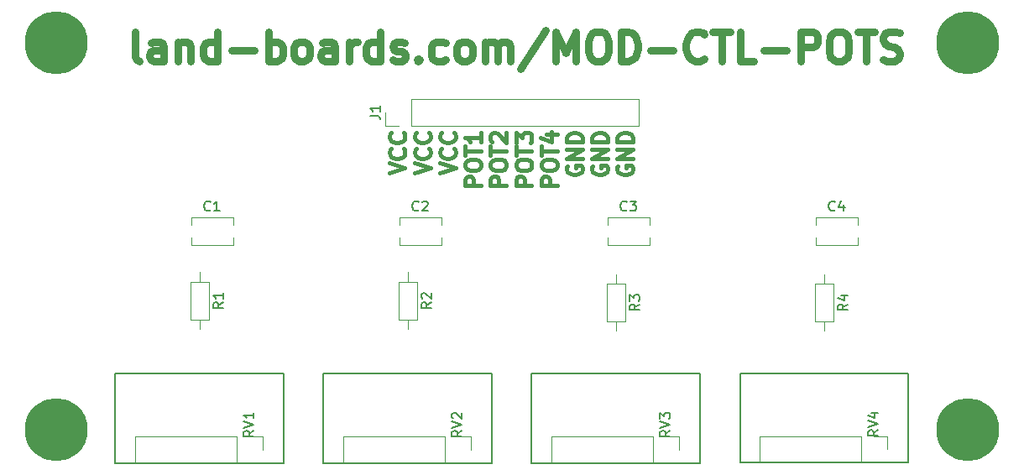
<source format=gto>
%TF.GenerationSoftware,KiCad,Pcbnew,(6.0.1)*%
%TF.CreationDate,2022-10-03T06:08:01-04:00*%
%TF.ProjectId,MOD-CTL-POTS,4d4f442d-4354-44c2-9d50-4f54532e6b69,rev?*%
%TF.SameCoordinates,Original*%
%TF.FileFunction,Legend,Top*%
%TF.FilePolarity,Positive*%
%FSLAX46Y46*%
G04 Gerber Fmt 4.6, Leading zero omitted, Abs format (unit mm)*
G04 Created by KiCad (PCBNEW (6.0.1)) date 2022-10-03 06:08:01*
%MOMM*%
%LPD*%
G01*
G04 APERTURE LIST*
%ADD10C,0.396875*%
%ADD11C,0.750000*%
%ADD12C,0.150000*%
%ADD13C,0.120000*%
%ADD14C,6.350000*%
G04 APERTURE END LIST*
D10*
X127629217Y-57142492D02*
X129216717Y-56613325D01*
X127629217Y-56084159D01*
X129065527Y-54647849D02*
X129141122Y-54723444D01*
X129216717Y-54950230D01*
X129216717Y-55101421D01*
X129141122Y-55328206D01*
X128989932Y-55479397D01*
X128838741Y-55554992D01*
X128536360Y-55630587D01*
X128309574Y-55630587D01*
X128007193Y-55554992D01*
X127856003Y-55479397D01*
X127704813Y-55328206D01*
X127629217Y-55101421D01*
X127629217Y-54950230D01*
X127704813Y-54723444D01*
X127780408Y-54647849D01*
X129065527Y-53060349D02*
X129141122Y-53135944D01*
X129216717Y-53362730D01*
X129216717Y-53513921D01*
X129141122Y-53740706D01*
X128989932Y-53891897D01*
X128838741Y-53967492D01*
X128536360Y-54043087D01*
X128309574Y-54043087D01*
X128007193Y-53967492D01*
X127856003Y-53891897D01*
X127704813Y-53740706D01*
X127629217Y-53513921D01*
X127629217Y-53362730D01*
X127704813Y-53135944D01*
X127780408Y-53060349D01*
X130185092Y-57142492D02*
X131772592Y-56613325D01*
X130185092Y-56084159D01*
X131621402Y-54647849D02*
X131696997Y-54723444D01*
X131772592Y-54950230D01*
X131772592Y-55101421D01*
X131696997Y-55328206D01*
X131545807Y-55479397D01*
X131394616Y-55554992D01*
X131092235Y-55630587D01*
X130865449Y-55630587D01*
X130563068Y-55554992D01*
X130411878Y-55479397D01*
X130260688Y-55328206D01*
X130185092Y-55101421D01*
X130185092Y-54950230D01*
X130260688Y-54723444D01*
X130336283Y-54647849D01*
X131621402Y-53060349D02*
X131696997Y-53135944D01*
X131772592Y-53362730D01*
X131772592Y-53513921D01*
X131696997Y-53740706D01*
X131545807Y-53891897D01*
X131394616Y-53967492D01*
X131092235Y-54043087D01*
X130865449Y-54043087D01*
X130563068Y-53967492D01*
X130411878Y-53891897D01*
X130260688Y-53740706D01*
X130185092Y-53513921D01*
X130185092Y-53362730D01*
X130260688Y-53135944D01*
X130336283Y-53060349D01*
X132740967Y-57142492D02*
X134328467Y-56613325D01*
X132740967Y-56084159D01*
X134177277Y-54647849D02*
X134252872Y-54723444D01*
X134328467Y-54950230D01*
X134328467Y-55101421D01*
X134252872Y-55328206D01*
X134101682Y-55479397D01*
X133950491Y-55554992D01*
X133648110Y-55630587D01*
X133421324Y-55630587D01*
X133118943Y-55554992D01*
X132967753Y-55479397D01*
X132816563Y-55328206D01*
X132740967Y-55101421D01*
X132740967Y-54950230D01*
X132816563Y-54723444D01*
X132892158Y-54647849D01*
X134177277Y-53060349D02*
X134252872Y-53135944D01*
X134328467Y-53362730D01*
X134328467Y-53513921D01*
X134252872Y-53740706D01*
X134101682Y-53891897D01*
X133950491Y-53967492D01*
X133648110Y-54043087D01*
X133421324Y-54043087D01*
X133118943Y-53967492D01*
X132967753Y-53891897D01*
X132816563Y-53740706D01*
X132740967Y-53513921D01*
X132740967Y-53362730D01*
X132816563Y-53135944D01*
X132892158Y-53060349D01*
X136884342Y-58352016D02*
X135296842Y-58352016D01*
X135296842Y-57747254D01*
X135372438Y-57596063D01*
X135448033Y-57520468D01*
X135599223Y-57444873D01*
X135826009Y-57444873D01*
X135977199Y-57520468D01*
X136052795Y-57596063D01*
X136128390Y-57747254D01*
X136128390Y-58352016D01*
X135296842Y-56462135D02*
X135296842Y-56159754D01*
X135372438Y-56008563D01*
X135523628Y-55857373D01*
X135826009Y-55781778D01*
X136355176Y-55781778D01*
X136657557Y-55857373D01*
X136808747Y-56008563D01*
X136884342Y-56159754D01*
X136884342Y-56462135D01*
X136808747Y-56613325D01*
X136657557Y-56764516D01*
X136355176Y-56840111D01*
X135826009Y-56840111D01*
X135523628Y-56764516D01*
X135372438Y-56613325D01*
X135296842Y-56462135D01*
X135296842Y-55328206D02*
X135296842Y-54421063D01*
X136884342Y-54874635D02*
X135296842Y-54874635D01*
X136884342Y-53060349D02*
X136884342Y-53967492D01*
X136884342Y-53513921D02*
X135296842Y-53513921D01*
X135523628Y-53665111D01*
X135674818Y-53816302D01*
X135750414Y-53967492D01*
X139440217Y-58352016D02*
X137852717Y-58352016D01*
X137852717Y-57747254D01*
X137928313Y-57596063D01*
X138003908Y-57520468D01*
X138155098Y-57444873D01*
X138381884Y-57444873D01*
X138533074Y-57520468D01*
X138608670Y-57596063D01*
X138684265Y-57747254D01*
X138684265Y-58352016D01*
X137852717Y-56462135D02*
X137852717Y-56159754D01*
X137928313Y-56008563D01*
X138079503Y-55857373D01*
X138381884Y-55781778D01*
X138911051Y-55781778D01*
X139213432Y-55857373D01*
X139364622Y-56008563D01*
X139440217Y-56159754D01*
X139440217Y-56462135D01*
X139364622Y-56613325D01*
X139213432Y-56764516D01*
X138911051Y-56840111D01*
X138381884Y-56840111D01*
X138079503Y-56764516D01*
X137928313Y-56613325D01*
X137852717Y-56462135D01*
X137852717Y-55328206D02*
X137852717Y-54421063D01*
X139440217Y-54874635D02*
X137852717Y-54874635D01*
X138003908Y-53967492D02*
X137928313Y-53891897D01*
X137852717Y-53740706D01*
X137852717Y-53362730D01*
X137928313Y-53211540D01*
X138003908Y-53135944D01*
X138155098Y-53060349D01*
X138306289Y-53060349D01*
X138533074Y-53135944D01*
X139440217Y-54043087D01*
X139440217Y-53060349D01*
X141996092Y-58352016D02*
X140408592Y-58352016D01*
X140408592Y-57747254D01*
X140484188Y-57596063D01*
X140559783Y-57520468D01*
X140710973Y-57444873D01*
X140937759Y-57444873D01*
X141088949Y-57520468D01*
X141164545Y-57596063D01*
X141240140Y-57747254D01*
X141240140Y-58352016D01*
X140408592Y-56462135D02*
X140408592Y-56159754D01*
X140484188Y-56008563D01*
X140635378Y-55857373D01*
X140937759Y-55781778D01*
X141466926Y-55781778D01*
X141769307Y-55857373D01*
X141920497Y-56008563D01*
X141996092Y-56159754D01*
X141996092Y-56462135D01*
X141920497Y-56613325D01*
X141769307Y-56764516D01*
X141466926Y-56840111D01*
X140937759Y-56840111D01*
X140635378Y-56764516D01*
X140484188Y-56613325D01*
X140408592Y-56462135D01*
X140408592Y-55328206D02*
X140408592Y-54421063D01*
X141996092Y-54874635D02*
X140408592Y-54874635D01*
X140408592Y-54043087D02*
X140408592Y-53060349D01*
X141013354Y-53589516D01*
X141013354Y-53362730D01*
X141088949Y-53211540D01*
X141164545Y-53135944D01*
X141315735Y-53060349D01*
X141693711Y-53060349D01*
X141844902Y-53135944D01*
X141920497Y-53211540D01*
X141996092Y-53362730D01*
X141996092Y-53816302D01*
X141920497Y-53967492D01*
X141844902Y-54043087D01*
X144551967Y-58352016D02*
X142964467Y-58352016D01*
X142964467Y-57747254D01*
X143040063Y-57596063D01*
X143115658Y-57520468D01*
X143266848Y-57444873D01*
X143493634Y-57444873D01*
X143644824Y-57520468D01*
X143720420Y-57596063D01*
X143796015Y-57747254D01*
X143796015Y-58352016D01*
X142964467Y-56462135D02*
X142964467Y-56159754D01*
X143040063Y-56008563D01*
X143191253Y-55857373D01*
X143493634Y-55781778D01*
X144022801Y-55781778D01*
X144325182Y-55857373D01*
X144476372Y-56008563D01*
X144551967Y-56159754D01*
X144551967Y-56462135D01*
X144476372Y-56613325D01*
X144325182Y-56764516D01*
X144022801Y-56840111D01*
X143493634Y-56840111D01*
X143191253Y-56764516D01*
X143040063Y-56613325D01*
X142964467Y-56462135D01*
X142964467Y-55328206D02*
X142964467Y-54421063D01*
X144551967Y-54874635D02*
X142964467Y-54874635D01*
X143493634Y-53211540D02*
X144551967Y-53211540D01*
X142888872Y-53589516D02*
X144022801Y-53967492D01*
X144022801Y-52984754D01*
X145595938Y-56386540D02*
X145520342Y-56537730D01*
X145520342Y-56764516D01*
X145595938Y-56991302D01*
X145747128Y-57142492D01*
X145898318Y-57218087D01*
X146200699Y-57293683D01*
X146427485Y-57293683D01*
X146729866Y-57218087D01*
X146881057Y-57142492D01*
X147032247Y-56991302D01*
X147107842Y-56764516D01*
X147107842Y-56613325D01*
X147032247Y-56386540D01*
X146956652Y-56310944D01*
X146427485Y-56310944D01*
X146427485Y-56613325D01*
X147107842Y-55630587D02*
X145520342Y-55630587D01*
X147107842Y-54723444D01*
X145520342Y-54723444D01*
X147107842Y-53967492D02*
X145520342Y-53967492D01*
X145520342Y-53589516D01*
X145595938Y-53362730D01*
X145747128Y-53211540D01*
X145898318Y-53135944D01*
X146200699Y-53060349D01*
X146427485Y-53060349D01*
X146729866Y-53135944D01*
X146881057Y-53211540D01*
X147032247Y-53362730D01*
X147107842Y-53589516D01*
X147107842Y-53967492D01*
X148151813Y-56386540D02*
X148076217Y-56537730D01*
X148076217Y-56764516D01*
X148151813Y-56991302D01*
X148303003Y-57142492D01*
X148454193Y-57218087D01*
X148756574Y-57293683D01*
X148983360Y-57293683D01*
X149285741Y-57218087D01*
X149436932Y-57142492D01*
X149588122Y-56991302D01*
X149663717Y-56764516D01*
X149663717Y-56613325D01*
X149588122Y-56386540D01*
X149512527Y-56310944D01*
X148983360Y-56310944D01*
X148983360Y-56613325D01*
X149663717Y-55630587D02*
X148076217Y-55630587D01*
X149663717Y-54723444D01*
X148076217Y-54723444D01*
X149663717Y-53967492D02*
X148076217Y-53967492D01*
X148076217Y-53589516D01*
X148151813Y-53362730D01*
X148303003Y-53211540D01*
X148454193Y-53135944D01*
X148756574Y-53060349D01*
X148983360Y-53060349D01*
X149285741Y-53135944D01*
X149436932Y-53211540D01*
X149588122Y-53362730D01*
X149663717Y-53589516D01*
X149663717Y-53967492D01*
X150707688Y-56386540D02*
X150632092Y-56537730D01*
X150632092Y-56764516D01*
X150707688Y-56991302D01*
X150858878Y-57142492D01*
X151010068Y-57218087D01*
X151312449Y-57293683D01*
X151539235Y-57293683D01*
X151841616Y-57218087D01*
X151992807Y-57142492D01*
X152143997Y-56991302D01*
X152219592Y-56764516D01*
X152219592Y-56613325D01*
X152143997Y-56386540D01*
X152068402Y-56310944D01*
X151539235Y-56310944D01*
X151539235Y-56613325D01*
X152219592Y-55630587D02*
X150632092Y-55630587D01*
X152219592Y-54723444D01*
X150632092Y-54723444D01*
X152219592Y-53967492D02*
X150632092Y-53967492D01*
X150632092Y-53589516D01*
X150707688Y-53362730D01*
X150858878Y-53211540D01*
X151010068Y-53135944D01*
X151312449Y-53060349D01*
X151539235Y-53060349D01*
X151841616Y-53135944D01*
X151992807Y-53211540D01*
X152143997Y-53362730D01*
X152219592Y-53589516D01*
X152219592Y-53967492D01*
D11*
X102428571Y-45857142D02*
X102142857Y-45714285D01*
X102000000Y-45428571D01*
X102000000Y-42857142D01*
X104857142Y-45857142D02*
X104857142Y-44285714D01*
X104714285Y-44000000D01*
X104428571Y-43857142D01*
X103857142Y-43857142D01*
X103571428Y-44000000D01*
X104857142Y-45714285D02*
X104571428Y-45857142D01*
X103857142Y-45857142D01*
X103571428Y-45714285D01*
X103428571Y-45428571D01*
X103428571Y-45142857D01*
X103571428Y-44857142D01*
X103857142Y-44714285D01*
X104571428Y-44714285D01*
X104857142Y-44571428D01*
X106285714Y-43857142D02*
X106285714Y-45857142D01*
X106285714Y-44142857D02*
X106428571Y-44000000D01*
X106714285Y-43857142D01*
X107142857Y-43857142D01*
X107428571Y-44000000D01*
X107571428Y-44285714D01*
X107571428Y-45857142D01*
X110285714Y-45857142D02*
X110285714Y-42857142D01*
X110285714Y-45714285D02*
X110000000Y-45857142D01*
X109428571Y-45857142D01*
X109142857Y-45714285D01*
X109000000Y-45571428D01*
X108857142Y-45285714D01*
X108857142Y-44428571D01*
X109000000Y-44142857D01*
X109142857Y-44000000D01*
X109428571Y-43857142D01*
X110000000Y-43857142D01*
X110285714Y-44000000D01*
X111714285Y-44714285D02*
X114000000Y-44714285D01*
X115428571Y-45857142D02*
X115428571Y-42857142D01*
X115428571Y-44000000D02*
X115714285Y-43857142D01*
X116285714Y-43857142D01*
X116571428Y-44000000D01*
X116714285Y-44142857D01*
X116857142Y-44428571D01*
X116857142Y-45285714D01*
X116714285Y-45571428D01*
X116571428Y-45714285D01*
X116285714Y-45857142D01*
X115714285Y-45857142D01*
X115428571Y-45714285D01*
X118571428Y-45857142D02*
X118285714Y-45714285D01*
X118142857Y-45571428D01*
X118000000Y-45285714D01*
X118000000Y-44428571D01*
X118142857Y-44142857D01*
X118285714Y-44000000D01*
X118571428Y-43857142D01*
X119000000Y-43857142D01*
X119285714Y-44000000D01*
X119428571Y-44142857D01*
X119571428Y-44428571D01*
X119571428Y-45285714D01*
X119428571Y-45571428D01*
X119285714Y-45714285D01*
X119000000Y-45857142D01*
X118571428Y-45857142D01*
X122142857Y-45857142D02*
X122142857Y-44285714D01*
X122000000Y-44000000D01*
X121714285Y-43857142D01*
X121142857Y-43857142D01*
X120857142Y-44000000D01*
X122142857Y-45714285D02*
X121857142Y-45857142D01*
X121142857Y-45857142D01*
X120857142Y-45714285D01*
X120714285Y-45428571D01*
X120714285Y-45142857D01*
X120857142Y-44857142D01*
X121142857Y-44714285D01*
X121857142Y-44714285D01*
X122142857Y-44571428D01*
X123571428Y-45857142D02*
X123571428Y-43857142D01*
X123571428Y-44428571D02*
X123714285Y-44142857D01*
X123857142Y-44000000D01*
X124142857Y-43857142D01*
X124428571Y-43857142D01*
X126714285Y-45857142D02*
X126714285Y-42857142D01*
X126714285Y-45714285D02*
X126428571Y-45857142D01*
X125857142Y-45857142D01*
X125571428Y-45714285D01*
X125428571Y-45571428D01*
X125285714Y-45285714D01*
X125285714Y-44428571D01*
X125428571Y-44142857D01*
X125571428Y-44000000D01*
X125857142Y-43857142D01*
X126428571Y-43857142D01*
X126714285Y-44000000D01*
X128000000Y-45714285D02*
X128285714Y-45857142D01*
X128857142Y-45857142D01*
X129142857Y-45714285D01*
X129285714Y-45428571D01*
X129285714Y-45285714D01*
X129142857Y-45000000D01*
X128857142Y-44857142D01*
X128428571Y-44857142D01*
X128142857Y-44714285D01*
X128000000Y-44428571D01*
X128000000Y-44285714D01*
X128142857Y-44000000D01*
X128428571Y-43857142D01*
X128857142Y-43857142D01*
X129142857Y-44000000D01*
X130571428Y-45571428D02*
X130714285Y-45714285D01*
X130571428Y-45857142D01*
X130428571Y-45714285D01*
X130571428Y-45571428D01*
X130571428Y-45857142D01*
X133285714Y-45714285D02*
X133000000Y-45857142D01*
X132428571Y-45857142D01*
X132142857Y-45714285D01*
X132000000Y-45571428D01*
X131857142Y-45285714D01*
X131857142Y-44428571D01*
X132000000Y-44142857D01*
X132142857Y-44000000D01*
X132428571Y-43857142D01*
X133000000Y-43857142D01*
X133285714Y-44000000D01*
X135000000Y-45857142D02*
X134714285Y-45714285D01*
X134571428Y-45571428D01*
X134428571Y-45285714D01*
X134428571Y-44428571D01*
X134571428Y-44142857D01*
X134714285Y-44000000D01*
X135000000Y-43857142D01*
X135428571Y-43857142D01*
X135714285Y-44000000D01*
X135857142Y-44142857D01*
X136000000Y-44428571D01*
X136000000Y-45285714D01*
X135857142Y-45571428D01*
X135714285Y-45714285D01*
X135428571Y-45857142D01*
X135000000Y-45857142D01*
X137285714Y-45857142D02*
X137285714Y-43857142D01*
X137285714Y-44142857D02*
X137428571Y-44000000D01*
X137714285Y-43857142D01*
X138142857Y-43857142D01*
X138428571Y-44000000D01*
X138571428Y-44285714D01*
X138571428Y-45857142D01*
X138571428Y-44285714D02*
X138714285Y-44000000D01*
X139000000Y-43857142D01*
X139428571Y-43857142D01*
X139714285Y-44000000D01*
X139857142Y-44285714D01*
X139857142Y-45857142D01*
X143428571Y-42714285D02*
X140857142Y-46571428D01*
X144428571Y-45857142D02*
X144428571Y-42857142D01*
X145428571Y-45000000D01*
X146428571Y-42857142D01*
X146428571Y-45857142D01*
X148428571Y-42857142D02*
X149000000Y-42857142D01*
X149285714Y-43000000D01*
X149571428Y-43285714D01*
X149714285Y-43857142D01*
X149714285Y-44857142D01*
X149571428Y-45428571D01*
X149285714Y-45714285D01*
X149000000Y-45857142D01*
X148428571Y-45857142D01*
X148142857Y-45714285D01*
X147857142Y-45428571D01*
X147714285Y-44857142D01*
X147714285Y-43857142D01*
X147857142Y-43285714D01*
X148142857Y-43000000D01*
X148428571Y-42857142D01*
X151000000Y-45857142D02*
X151000000Y-42857142D01*
X151714285Y-42857142D01*
X152142857Y-43000000D01*
X152428571Y-43285714D01*
X152571428Y-43571428D01*
X152714285Y-44142857D01*
X152714285Y-44571428D01*
X152571428Y-45142857D01*
X152428571Y-45428571D01*
X152142857Y-45714285D01*
X151714285Y-45857142D01*
X151000000Y-45857142D01*
X154000000Y-44714285D02*
X156285714Y-44714285D01*
X159428571Y-45571428D02*
X159285714Y-45714285D01*
X158857142Y-45857142D01*
X158571428Y-45857142D01*
X158142857Y-45714285D01*
X157857142Y-45428571D01*
X157714285Y-45142857D01*
X157571428Y-44571428D01*
X157571428Y-44142857D01*
X157714285Y-43571428D01*
X157857142Y-43285714D01*
X158142857Y-43000000D01*
X158571428Y-42857142D01*
X158857142Y-42857142D01*
X159285714Y-43000000D01*
X159428571Y-43142857D01*
X160285714Y-42857142D02*
X162000000Y-42857142D01*
X161142857Y-45857142D02*
X161142857Y-42857142D01*
X164428571Y-45857142D02*
X163000000Y-45857142D01*
X163000000Y-42857142D01*
X165428571Y-44714285D02*
X167714285Y-44714285D01*
X169142857Y-45857142D02*
X169142857Y-42857142D01*
X170285714Y-42857142D01*
X170571428Y-43000000D01*
X170714285Y-43142857D01*
X170857142Y-43428571D01*
X170857142Y-43857142D01*
X170714285Y-44142857D01*
X170571428Y-44285714D01*
X170285714Y-44428571D01*
X169142857Y-44428571D01*
X172714285Y-42857142D02*
X173285714Y-42857142D01*
X173571428Y-43000000D01*
X173857142Y-43285714D01*
X174000000Y-43857142D01*
X174000000Y-44857142D01*
X173857142Y-45428571D01*
X173571428Y-45714285D01*
X173285714Y-45857142D01*
X172714285Y-45857142D01*
X172428571Y-45714285D01*
X172142857Y-45428571D01*
X172000000Y-44857142D01*
X172000000Y-43857142D01*
X172142857Y-43285714D01*
X172428571Y-43000000D01*
X172714285Y-42857142D01*
X174857142Y-42857142D02*
X176571428Y-42857142D01*
X175714285Y-45857142D02*
X175714285Y-42857142D01*
X177428571Y-45714285D02*
X177857142Y-45857142D01*
X178571428Y-45857142D01*
X178857142Y-45714285D01*
X179000000Y-45571428D01*
X179142857Y-45285714D01*
X179142857Y-45000000D01*
X179000000Y-44714285D01*
X178857142Y-44571428D01*
X178571428Y-44428571D01*
X178000000Y-44285714D01*
X177714285Y-44142857D01*
X177571428Y-44000000D01*
X177428571Y-43714285D01*
X177428571Y-43428571D01*
X177571428Y-43142857D01*
X177714285Y-43000000D01*
X178000000Y-42857142D01*
X178714285Y-42857142D01*
X179142857Y-43000000D01*
D12*
%TO.C,C4*%
X172583333Y-60857142D02*
X172535714Y-60904761D01*
X172392857Y-60952380D01*
X172297619Y-60952380D01*
X172154761Y-60904761D01*
X172059523Y-60809523D01*
X172011904Y-60714285D01*
X171964285Y-60523809D01*
X171964285Y-60380952D01*
X172011904Y-60190476D01*
X172059523Y-60095238D01*
X172154761Y-60000000D01*
X172297619Y-59952380D01*
X172392857Y-59952380D01*
X172535714Y-60000000D01*
X172583333Y-60047619D01*
X173440476Y-60285714D02*
X173440476Y-60952380D01*
X173202380Y-59904761D02*
X172964285Y-60619047D01*
X173583333Y-60619047D01*
%TO.C,C3*%
X151583333Y-60857142D02*
X151535714Y-60904761D01*
X151392857Y-60952380D01*
X151297619Y-60952380D01*
X151154761Y-60904761D01*
X151059523Y-60809523D01*
X151011904Y-60714285D01*
X150964285Y-60523809D01*
X150964285Y-60380952D01*
X151011904Y-60190476D01*
X151059523Y-60095238D01*
X151154761Y-60000000D01*
X151297619Y-59952380D01*
X151392857Y-59952380D01*
X151535714Y-60000000D01*
X151583333Y-60047619D01*
X151916666Y-59952380D02*
X152535714Y-59952380D01*
X152202380Y-60333333D01*
X152345238Y-60333333D01*
X152440476Y-60380952D01*
X152488095Y-60428571D01*
X152535714Y-60523809D01*
X152535714Y-60761904D01*
X152488095Y-60857142D01*
X152440476Y-60904761D01*
X152345238Y-60952380D01*
X152059523Y-60952380D01*
X151964285Y-60904761D01*
X151916666Y-60857142D01*
%TO.C,R2*%
X131872380Y-70166666D02*
X131396190Y-70500000D01*
X131872380Y-70738095D02*
X130872380Y-70738095D01*
X130872380Y-70357142D01*
X130920000Y-70261904D01*
X130967619Y-70214285D01*
X131062857Y-70166666D01*
X131205714Y-70166666D01*
X131300952Y-70214285D01*
X131348571Y-70261904D01*
X131396190Y-70357142D01*
X131396190Y-70738095D01*
X130967619Y-69785714D02*
X130920000Y-69738095D01*
X130872380Y-69642857D01*
X130872380Y-69404761D01*
X130920000Y-69309523D01*
X130967619Y-69261904D01*
X131062857Y-69214285D01*
X131158095Y-69214285D01*
X131300952Y-69261904D01*
X131872380Y-69833333D01*
X131872380Y-69214285D01*
%TO.C,RV1*%
X113952380Y-83095238D02*
X113476190Y-83428571D01*
X113952380Y-83666666D02*
X112952380Y-83666666D01*
X112952380Y-83285714D01*
X113000000Y-83190476D01*
X113047619Y-83142857D01*
X113142857Y-83095238D01*
X113285714Y-83095238D01*
X113380952Y-83142857D01*
X113428571Y-83190476D01*
X113476190Y-83285714D01*
X113476190Y-83666666D01*
X112952380Y-82809523D02*
X113952380Y-82476190D01*
X112952380Y-82142857D01*
X113952380Y-81285714D02*
X113952380Y-81857142D01*
X113952380Y-81571428D02*
X112952380Y-81571428D01*
X113095238Y-81666666D01*
X113190476Y-81761904D01*
X113238095Y-81857142D01*
%TO.C,J1*%
X125697380Y-51333333D02*
X126411666Y-51333333D01*
X126554523Y-51380952D01*
X126649761Y-51476190D01*
X126697380Y-51619047D01*
X126697380Y-51714285D01*
X126697380Y-50333333D02*
X126697380Y-50904761D01*
X126697380Y-50619047D02*
X125697380Y-50619047D01*
X125840238Y-50714285D01*
X125935476Y-50809523D01*
X125983095Y-50904761D01*
%TO.C,RV4*%
X176952380Y-83055238D02*
X176476190Y-83388571D01*
X176952380Y-83626666D02*
X175952380Y-83626666D01*
X175952380Y-83245714D01*
X176000000Y-83150476D01*
X176047619Y-83102857D01*
X176142857Y-83055238D01*
X176285714Y-83055238D01*
X176380952Y-83102857D01*
X176428571Y-83150476D01*
X176476190Y-83245714D01*
X176476190Y-83626666D01*
X175952380Y-82769523D02*
X176952380Y-82436190D01*
X175952380Y-82102857D01*
X176285714Y-81340952D02*
X176952380Y-81340952D01*
X175904761Y-81579047D02*
X176619047Y-81817142D01*
X176619047Y-81198095D01*
%TO.C,C1*%
X109583333Y-60857142D02*
X109535714Y-60904761D01*
X109392857Y-60952380D01*
X109297619Y-60952380D01*
X109154761Y-60904761D01*
X109059523Y-60809523D01*
X109011904Y-60714285D01*
X108964285Y-60523809D01*
X108964285Y-60380952D01*
X109011904Y-60190476D01*
X109059523Y-60095238D01*
X109154761Y-60000000D01*
X109297619Y-59952380D01*
X109392857Y-59952380D01*
X109535714Y-60000000D01*
X109583333Y-60047619D01*
X110535714Y-60952380D02*
X109964285Y-60952380D01*
X110250000Y-60952380D02*
X110250000Y-59952380D01*
X110154761Y-60095238D01*
X110059523Y-60190476D01*
X109964285Y-60238095D01*
%TO.C,RV2*%
X134952380Y-83095238D02*
X134476190Y-83428571D01*
X134952380Y-83666666D02*
X133952380Y-83666666D01*
X133952380Y-83285714D01*
X134000000Y-83190476D01*
X134047619Y-83142857D01*
X134142857Y-83095238D01*
X134285714Y-83095238D01*
X134380952Y-83142857D01*
X134428571Y-83190476D01*
X134476190Y-83285714D01*
X134476190Y-83666666D01*
X133952380Y-82809523D02*
X134952380Y-82476190D01*
X133952380Y-82142857D01*
X134047619Y-81857142D02*
X134000000Y-81809523D01*
X133952380Y-81714285D01*
X133952380Y-81476190D01*
X134000000Y-81380952D01*
X134047619Y-81333333D01*
X134142857Y-81285714D01*
X134238095Y-81285714D01*
X134380952Y-81333333D01*
X134952380Y-81904761D01*
X134952380Y-81285714D01*
%TO.C,R4*%
X173872380Y-70356666D02*
X173396190Y-70690000D01*
X173872380Y-70928095D02*
X172872380Y-70928095D01*
X172872380Y-70547142D01*
X172920000Y-70451904D01*
X172967619Y-70404285D01*
X173062857Y-70356666D01*
X173205714Y-70356666D01*
X173300952Y-70404285D01*
X173348571Y-70451904D01*
X173396190Y-70547142D01*
X173396190Y-70928095D01*
X173205714Y-69499523D02*
X173872380Y-69499523D01*
X172824761Y-69737619D02*
X173539047Y-69975714D01*
X173539047Y-69356666D01*
%TO.C,RV3*%
X155952380Y-83095238D02*
X155476190Y-83428571D01*
X155952380Y-83666666D02*
X154952380Y-83666666D01*
X154952380Y-83285714D01*
X155000000Y-83190476D01*
X155047619Y-83142857D01*
X155142857Y-83095238D01*
X155285714Y-83095238D01*
X155380952Y-83142857D01*
X155428571Y-83190476D01*
X155476190Y-83285714D01*
X155476190Y-83666666D01*
X154952380Y-82809523D02*
X155952380Y-82476190D01*
X154952380Y-82142857D01*
X154952380Y-81904761D02*
X154952380Y-81285714D01*
X155333333Y-81619047D01*
X155333333Y-81476190D01*
X155380952Y-81380952D01*
X155428571Y-81333333D01*
X155523809Y-81285714D01*
X155761904Y-81285714D01*
X155857142Y-81333333D01*
X155904761Y-81380952D01*
X155952380Y-81476190D01*
X155952380Y-81761904D01*
X155904761Y-81857142D01*
X155857142Y-81904761D01*
%TO.C,R3*%
X152872380Y-70356666D02*
X152396190Y-70690000D01*
X152872380Y-70928095D02*
X151872380Y-70928095D01*
X151872380Y-70547142D01*
X151920000Y-70451904D01*
X151967619Y-70404285D01*
X152062857Y-70356666D01*
X152205714Y-70356666D01*
X152300952Y-70404285D01*
X152348571Y-70451904D01*
X152396190Y-70547142D01*
X152396190Y-70928095D01*
X151872380Y-70023333D02*
X151872380Y-69404285D01*
X152253333Y-69737619D01*
X152253333Y-69594761D01*
X152300952Y-69499523D01*
X152348571Y-69451904D01*
X152443809Y-69404285D01*
X152681904Y-69404285D01*
X152777142Y-69451904D01*
X152824761Y-69499523D01*
X152872380Y-69594761D01*
X152872380Y-69880476D01*
X152824761Y-69975714D01*
X152777142Y-70023333D01*
%TO.C,C2*%
X130583333Y-60857142D02*
X130535714Y-60904761D01*
X130392857Y-60952380D01*
X130297619Y-60952380D01*
X130154761Y-60904761D01*
X130059523Y-60809523D01*
X130011904Y-60714285D01*
X129964285Y-60523809D01*
X129964285Y-60380952D01*
X130011904Y-60190476D01*
X130059523Y-60095238D01*
X130154761Y-60000000D01*
X130297619Y-59952380D01*
X130392857Y-59952380D01*
X130535714Y-60000000D01*
X130583333Y-60047619D01*
X130964285Y-60047619D02*
X131011904Y-60000000D01*
X131107142Y-59952380D01*
X131345238Y-59952380D01*
X131440476Y-60000000D01*
X131488095Y-60047619D01*
X131535714Y-60142857D01*
X131535714Y-60238095D01*
X131488095Y-60380952D01*
X130916666Y-60952380D01*
X131535714Y-60952380D01*
%TO.C,R1*%
X110872380Y-70166666D02*
X110396190Y-70500000D01*
X110872380Y-70738095D02*
X109872380Y-70738095D01*
X109872380Y-70357142D01*
X109920000Y-70261904D01*
X109967619Y-70214285D01*
X110062857Y-70166666D01*
X110205714Y-70166666D01*
X110300952Y-70214285D01*
X110348571Y-70261904D01*
X110396190Y-70357142D01*
X110396190Y-70738095D01*
X110872380Y-69214285D02*
X110872380Y-69785714D01*
X110872380Y-69500000D02*
X109872380Y-69500000D01*
X110015238Y-69595238D01*
X110110476Y-69690476D01*
X110158095Y-69785714D01*
D13*
%TO.C,C4*%
X174870000Y-61630000D02*
X174870000Y-62335000D01*
X170630000Y-61630000D02*
X170630000Y-62335000D01*
X170630000Y-64370000D02*
X174870000Y-64370000D01*
X170630000Y-61630000D02*
X174870000Y-61630000D01*
X170630000Y-63665000D02*
X170630000Y-64370000D01*
X174870000Y-63665000D02*
X174870000Y-64370000D01*
%TO.C,C3*%
X149630000Y-61630000D02*
X153870000Y-61630000D01*
X149630000Y-64370000D02*
X153870000Y-64370000D01*
X153870000Y-61630000D02*
X153870000Y-62335000D01*
X153870000Y-63665000D02*
X153870000Y-64370000D01*
X149630000Y-61630000D02*
X149630000Y-62335000D01*
X149630000Y-63665000D02*
X149630000Y-64370000D01*
%TO.C,R2*%
X128580000Y-68080000D02*
X128580000Y-71920000D01*
X129500000Y-67130000D02*
X129500000Y-68080000D01*
X130420000Y-68080000D02*
X128580000Y-68080000D01*
X129500000Y-72870000D02*
X129500000Y-71920000D01*
X128580000Y-71920000D02*
X130420000Y-71920000D01*
X130420000Y-71920000D02*
X130420000Y-68080000D01*
%TO.C,RV1*%
X114830000Y-83710000D02*
X114830000Y-85040000D01*
X113500000Y-83710000D02*
X114830000Y-83710000D01*
X112230000Y-83710000D02*
X102010000Y-83710000D01*
X102010000Y-83710000D02*
X102010000Y-86370000D01*
X112230000Y-86370000D02*
X102010000Y-86370000D01*
X112230000Y-83710000D02*
X112230000Y-86370000D01*
D12*
X117000000Y-77370000D02*
X100000000Y-77370000D01*
X100000000Y-77370000D02*
X100000000Y-86370000D01*
X100000000Y-86370000D02*
X117000000Y-86370000D01*
X117000000Y-86370000D02*
X117000000Y-77370000D01*
D13*
%TO.C,J1*%
X129845000Y-49670000D02*
X152765000Y-49670000D01*
X129845000Y-52330000D02*
X152765000Y-52330000D01*
X129845000Y-52330000D02*
X129845000Y-49670000D01*
X128575000Y-52330000D02*
X127245000Y-52330000D01*
X152765000Y-52330000D02*
X152765000Y-49670000D01*
X127245000Y-52330000D02*
X127245000Y-51000000D01*
%TO.C,RV4*%
X176500000Y-83670000D02*
X177830000Y-83670000D01*
X177830000Y-83670000D02*
X177830000Y-85000000D01*
X175230000Y-83670000D02*
X175230000Y-86330000D01*
X175230000Y-86330000D02*
X165010000Y-86330000D01*
X165010000Y-83670000D02*
X165010000Y-86330000D01*
X175230000Y-83670000D02*
X165010000Y-83670000D01*
D12*
X180000000Y-77330000D02*
X163000000Y-77330000D01*
X163000000Y-77330000D02*
X163000000Y-86330000D01*
X163000000Y-86330000D02*
X180000000Y-86330000D01*
X180000000Y-86330000D02*
X180000000Y-77330000D01*
D13*
%TO.C,C1*%
X107630000Y-61630000D02*
X111870000Y-61630000D01*
X111870000Y-61630000D02*
X111870000Y-62335000D01*
X111870000Y-63665000D02*
X111870000Y-64370000D01*
X107630000Y-61630000D02*
X107630000Y-62335000D01*
X107630000Y-63665000D02*
X107630000Y-64370000D01*
X107630000Y-64370000D02*
X111870000Y-64370000D01*
%TO.C,RV2*%
X133230000Y-83710000D02*
X123010000Y-83710000D01*
X135830000Y-83710000D02*
X135830000Y-85040000D01*
X133230000Y-83710000D02*
X133230000Y-86370000D01*
X133230000Y-86370000D02*
X123010000Y-86370000D01*
X134500000Y-83710000D02*
X135830000Y-83710000D01*
X123010000Y-83710000D02*
X123010000Y-86370000D01*
D12*
X138000000Y-77370000D02*
X121000000Y-77370000D01*
X121000000Y-77370000D02*
X121000000Y-86370000D01*
X121000000Y-86370000D02*
X138000000Y-86370000D01*
X138000000Y-86370000D02*
X138000000Y-77370000D01*
D13*
%TO.C,R4*%
X171500000Y-73060000D02*
X171500000Y-72110000D01*
X170580000Y-72110000D02*
X172420000Y-72110000D01*
X170580000Y-68270000D02*
X170580000Y-72110000D01*
X172420000Y-72110000D02*
X172420000Y-68270000D01*
X172420000Y-68270000D02*
X170580000Y-68270000D01*
X171500000Y-67320000D02*
X171500000Y-68270000D01*
%TO.C,RV3*%
X154230000Y-83710000D02*
X144010000Y-83710000D01*
X154230000Y-86370000D02*
X144010000Y-86370000D01*
X144010000Y-83710000D02*
X144010000Y-86370000D01*
X156830000Y-83710000D02*
X156830000Y-85040000D01*
X155500000Y-83710000D02*
X156830000Y-83710000D01*
X154230000Y-83710000D02*
X154230000Y-86370000D01*
D12*
X159000000Y-77370000D02*
X142000000Y-77370000D01*
X142000000Y-77370000D02*
X142000000Y-86370000D01*
X142000000Y-86370000D02*
X159000000Y-86370000D01*
X159000000Y-86370000D02*
X159000000Y-77370000D01*
D13*
%TO.C,R3*%
X150500000Y-73060000D02*
X150500000Y-72110000D01*
X149580000Y-72110000D02*
X151420000Y-72110000D01*
X151420000Y-72110000D02*
X151420000Y-68270000D01*
X151420000Y-68270000D02*
X149580000Y-68270000D01*
X150500000Y-67320000D02*
X150500000Y-68270000D01*
X149580000Y-68270000D02*
X149580000Y-72110000D01*
%TO.C,C2*%
X128630000Y-61630000D02*
X132870000Y-61630000D01*
X128630000Y-64370000D02*
X132870000Y-64370000D01*
X132870000Y-61630000D02*
X132870000Y-62335000D01*
X132870000Y-63665000D02*
X132870000Y-64370000D01*
X128630000Y-61630000D02*
X128630000Y-62335000D01*
X128630000Y-63665000D02*
X128630000Y-64370000D01*
%TO.C,R1*%
X109420000Y-68080000D02*
X107580000Y-68080000D01*
X108500000Y-67130000D02*
X108500000Y-68080000D01*
X108500000Y-72870000D02*
X108500000Y-71920000D01*
X107580000Y-68080000D02*
X107580000Y-71920000D01*
X109420000Y-71920000D02*
X109420000Y-68080000D01*
X107580000Y-71920000D02*
X109420000Y-71920000D01*
%TD*%
D14*
%TO.C,MTG1*%
X94000000Y-83000000D03*
%TD*%
%TO.C,MTG3*%
X94000000Y-44000000D03*
%TD*%
%TO.C,MTG2*%
X186000000Y-83000000D03*
%TD*%
%TO.C,MTG4*%
X186000000Y-44000000D03*
%TD*%
M02*

</source>
